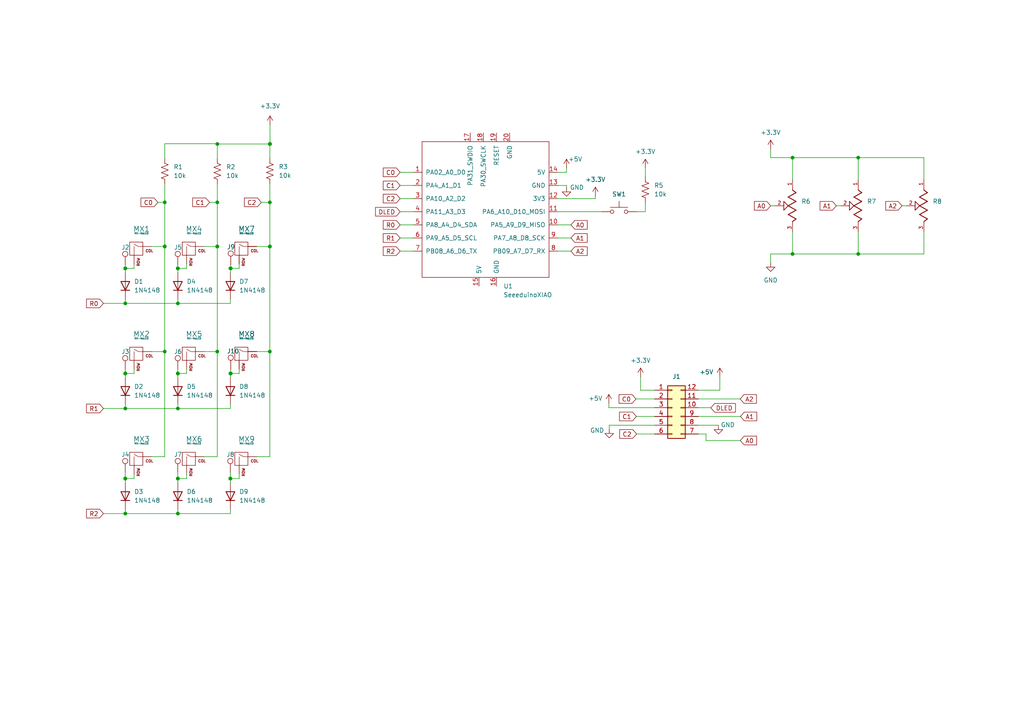
<source format=kicad_sch>
(kicad_sch (version 20211123) (generator eeschema)
  (paper "A4")
  (lib_symbols
    (symbol "Connector:TestPoint" (pin_numbers hide) (pin_names (offset 0.762) hide)
      (property "Reference" "TP" (at 0 6.858 0))
      (property "Value" "TestPoint" (at 0 5.08 0))
      (symbol "TestPoint_0_1"
        (circle (center 0 3.302) (radius 0.762))
      )
      (symbol "TestPoint_1_1"
        (pin passive line (at 0 0 90) (length 2.54) (name "1") (number "1"))
      )
    )
    (symbol "Connector_Generic:Conn_02x06_Counter_Clockwise" (pin_names (offset 1.016) hide)
      (property "Reference" "J" (at 1.27 7.62 0))
      (property "Value" "Conn_02x06_Counter_Clockwise" (at 1.27 -10.16 0))
      (symbol "Conn_02x06_Counter_Clockwise_1_1"
        (rectangle (start -1.27 -7.493) (end 0 -7.747) (stroke (width 0.1524)))
        (rectangle (start -1.27 -4.953) (end 0 -5.207) (stroke (width 0.1524)))
        (rectangle (start -1.27 -2.413) (end 0 -2.667) (stroke (width 0.1524)))
        (rectangle (start -1.27 0.127) (end 0 -0.127) (stroke (width 0.1524)))
        (rectangle (start -1.27 2.667) (end 0 2.413) (stroke (width 0.1524)))
        (rectangle (start -1.27 5.207) (end 0 4.953) (stroke (width 0.1524)))
        (rectangle (start -1.27 6.35) (end 3.81 -8.89) (stroke (width 0.254)) (fill (type background)))
        (rectangle (start 3.81 -7.493) (end 2.54 -7.747) (stroke (width 0.1524)))
        (rectangle (start 3.81 -4.953) (end 2.54 -5.207) (stroke (width 0.1524)))
        (rectangle (start 3.81 -2.413) (end 2.54 -2.667) (stroke (width 0.1524)))
        (rectangle (start 3.81 0.127) (end 2.54 -0.127) (stroke (width 0.1524)))
        (rectangle (start 3.81 2.667) (end 2.54 2.413) (stroke (width 0.1524)))
        (rectangle (start 3.81 5.207) (end 2.54 4.953) (stroke (width 0.1524)))
        (pin passive line (at -5.08 5.08 0) (length 3.81) (name "Pin_1") (number "1"))
        (pin passive line (at 7.62 0 180) (length 3.81) (name "Pin_10") (number "10"))
        (pin passive line (at 7.62 2.54 180) (length 3.81) (name "Pin_11") (number "11"))
        (pin passive line (at 7.62 5.08 180) (length 3.81) (name "Pin_12") (number "12"))
        (pin passive line (at -5.08 2.54 0) (length 3.81) (name "Pin_2") (number "2"))
        (pin passive line (at -5.08 0 0) (length 3.81) (name "Pin_3") (number "3"))
        (pin passive line (at -5.08 -2.54 0) (length 3.81) (name "Pin_4") (number "4"))
        (pin passive line (at -5.08 -5.08 0) (length 3.81) (name "Pin_5") (number "5"))
        (pin passive line (at -5.08 -7.62 0) (length 3.81) (name "Pin_6") (number "6"))
        (pin passive line (at 7.62 -7.62 180) (length 3.81) (name "Pin_7") (number "7"))
        (pin passive line (at 7.62 -5.08 180) (length 3.81) (name "Pin_8") (number "8"))
        (pin passive line (at 7.62 -2.54 180) (length 3.81) (name "Pin_9") (number "9"))
      )
    )
    (symbol "Device:R_US" (pin_numbers hide) (pin_names (offset 0))
      (property "Reference" "R" (at 2.54 0 90))
      (property "Value" "R_US" (at -2.54 0 90))
      (symbol "R_US_0_1"
        (polyline (pts (xy 0 -2.286) (xy 0 -2.54)))
        (polyline (pts (xy 0 2.286) (xy 0 2.54)))
        (polyline (pts (xy 0 -0.762) (xy 1.016 -1.143) (xy 0 -1.524) (xy -1.016 -1.905) (xy 0 -2.286)))
        (polyline (pts (xy 0 0.762) (xy 1.016 0.381) (xy 0 0) (xy -1.016 -0.381) (xy 0 -0.762)))
        (polyline (pts (xy 0 2.286) (xy 1.016 1.905) (xy 0 1.524) (xy -1.016 1.143) (xy 0 0.762)))
      )
      (symbol "R_US_1_1"
        (pin passive line (at 0 3.81 270) (length 1.27) (name "~") (number "1"))
        (pin passive line (at 0 -3.81 90) (length 1.27) (name "~") (number "2"))
      )
    )
    (symbol "Diode:1N4148" (pin_numbers hide) (pin_names hide)
      (property "Reference" "D" (at 0 2.54 0))
      (property "Value" "1N4148" (at 0 -2.54 0))
      (symbol "1N4148_0_1"
        (polyline (pts (xy -1.27 1.27) (xy -1.27 -1.27)) (stroke (width 0.254)))
        (polyline (pts (xy 1.27 0) (xy -1.27 0)))
        (polyline (pts (xy 1.27 1.27) (xy 1.27 -1.27) (xy -1.27 0) (xy 1.27 1.27)) (stroke (width 0.254)))
      )
      (symbol "1N4148_1_1"
        (pin passive line (at -3.81 0 0) (length 2.54) (name "K") (number "1"))
        (pin passive line (at 3.81 0 180) (length 2.54) (name "A") (number "2"))
      )
    )
    (symbol "MX_Alps_Hybrid:MX-NoLED" (pin_names (offset 1.016))
      (property "Reference" "MX" (at -0.635 3.81 0))
      (property "Value" "MX-NoLED" (at -0.635 1.27 0))
      (symbol "MX-NoLED_0_0"
        (rectangle (start -2.54 2.54) (end 1.27 -1.27))
        (polyline (pts (xy -1.27 -1.27) (xy -1.27 1.27)) (stroke (width 0.127)))
        (polyline (pts (xy 1.27 1.27) (xy 0 1.27) (xy -1.27 1.905)) (stroke (width 0.127)))
        (text "COL" (at 3.175 0 0) (effects (font (size 0.762 0.762))))
        (text "ROW" (at 0 -1.905 900) (effects (font (size 0.762 0.762)) (justify right)))
      )
      (symbol "MX-NoLED_1_1"
        (pin passive line (at 3.81 1.27 180) (length 2.54) (name "COL") (number "1"))
        (pin passive line (at -1.27 -3.81 90) (length 2.54) (name "ROW") (number "2"))
      )
    )
    (symbol "PTA4543-2015DPB103:PTA4543-2015DPB103" (pin_names (offset 1.016))
      (property "Reference" "R" (at -5.08 5.08 0))
      (property "Value" "PTA4543-2015DPB103" (at -5.08 2.54 0))
      (symbol "PTA4543-2015DPB103_0_0"
        (polyline (pts (xy -5.08 0) (xy -4.572 0)) (stroke (width 0.1524)))
        (polyline (pts (xy -4.572 0) (xy -3.81 1.016)) (stroke (width 0.254)))
        (polyline (pts (xy -3.81 1.016) (xy -2.54 -1.27)) (stroke (width 0.254)))
        (polyline (pts (xy -2.54 -1.27) (xy -1.27 1.016)) (stroke (width 0.254)))
        (polyline (pts (xy -1.27 -2.54) (xy 0 -1.27)) (stroke (width 0.2032)))
        (polyline (pts (xy -1.27 1.016) (xy 0 -1.27)) (stroke (width 0.254)))
        (polyline (pts (xy 0 -1.27) (xy 1.27 -2.54)) (stroke (width 0.2032)))
        (polyline (pts (xy 0 -1.27) (xy 1.27 1.016)) (stroke (width 0.254)))
        (polyline (pts (xy 1.27 -2.54) (xy -1.27 -2.54)) (stroke (width 0.2032)))
        (polyline (pts (xy 1.27 1.016) (xy 2.54 -1.27)) (stroke (width 0.254)))
        (polyline (pts (xy 2.54 -1.27) (xy 3.81 1.016)) (stroke (width 0.254)))
        (polyline (pts (xy 3.81 1.016) (xy 4.572 0)) (stroke (width 0.254)))
        (polyline (pts (xy 4.572 0) (xy 5.08 0)) (stroke (width 0.1524)))
        (pin passive line (at -7.62 0 0) (length 2.54) (name "~") (number "1"))
        (pin passive line (at 0 -5.08 90) (length 2.54) (name "~") (number "2"))
        (pin passive line (at 7.62 0 180) (length 2.54) (name "~") (number "3"))
      )
    )
    (symbol "Seeeduino XIAO:SeeeduinoXIAO" (pin_names (offset 1.016))
      (property "Reference" "U" (at -19.05 22.86 0))
      (property "Value" "SeeeduinoXIAO" (at -12.7 21.59 0))
      (symbol "SeeeduinoXIAO_0_1"
        (rectangle (start -19.05 20.32) (end 17.78 -19.05))
      )
      (symbol "SeeeduinoXIAO_1_1"
        (pin unspecified line (at -21.59 11.43 0) (length 2.54) (name "PA02_A0_D0") (number "1"))
        (pin unspecified line (at 20.32 -3.81 180) (length 2.54) (name "PA5_A9_D9_MISO") (number "10"))
        (pin unspecified line (at 20.32 0 180) (length 2.54) (name "PA6_A10_D10_MOSI") (number "11"))
        (pin unspecified line (at 20.32 3.81 180) (length 2.54) (name "3V3") (number "12"))
        (pin unspecified line (at 20.32 7.62 180) (length 2.54) (name "GND") (number "13"))
        (pin unspecified line (at 20.32 11.43 180) (length 2.54) (name "5V") (number "14"))
        (pin input line (at -2.54 -21.59 90) (length 2.54) (name "5V") (number "15"))
        (pin input line (at 2.54 -21.59 90) (length 2.54) (name "GND") (number "16"))
        (pin input line (at -5.08 22.86 270) (length 2.54) (name "PA31_SWDIO") (number "17"))
        (pin input line (at -1.27 22.86 270) (length 2.54) (name "PA30_SWCLK") (number "18"))
        (pin input line (at 2.54 22.86 270) (length 2.54) (name "RESET") (number "19"))
        (pin unspecified line (at -21.59 7.62 0) (length 2.54) (name "PA4_A1_D1") (number "2"))
        (pin input line (at 6.35 22.86 270) (length 2.54) (name "GND") (number "20"))
        (pin unspecified line (at -21.59 3.81 0) (length 2.54) (name "PA10_A2_D2") (number "3"))
        (pin unspecified line (at -21.59 0 0) (length 2.54) (name "PA11_A3_D3") (number "4"))
        (pin unspecified line (at -21.59 -3.81 0) (length 2.54) (name "PA8_A4_D4_SDA") (number "5"))
        (pin unspecified line (at -21.59 -7.62 0) (length 2.54) (name "PA9_A5_D5_SCL") (number "6"))
        (pin unspecified line (at -21.59 -11.43 0) (length 2.54) (name "PB08_A6_D6_TX") (number "7"))
        (pin unspecified line (at 20.32 -11.43 180) (length 2.54) (name "PB09_A7_D7_RX") (number "8"))
        (pin unspecified line (at 20.32 -7.62 180) (length 2.54) (name "PA7_A8_D8_SCK") (number "9"))
      )
    )
    (symbol "Switch:SW_MEC_5G" (pin_numbers hide) (pin_names (offset 1.016) hide)
      (property "Reference" "SW" (at 1.27 2.54 0))
      (property "Value" "SW_MEC_5G" (at 0 -1.524 0))
      (symbol "SW_MEC_5G_0_1"
        (circle (center -2.032 0) (radius 0.508))
        (polyline (pts (xy 0 1.27) (xy 0 3.048)))
        (polyline (pts (xy 2.54 1.27) (xy -2.54 1.27)))
        (circle (center 2.032 0) (radius 0.508))
        (pin passive line (at -5.08 0 0) (length 2.54) (name "A") (number "1"))
        (pin passive line (at 5.08 0 180) (length 2.54) (name "B") (number "3"))
      )
      (symbol "SW_MEC_5G_1_1"
        (pin passive line (at -5.08 0 0) (length 2.54) hide (name "A") (number "2"))
        (pin passive line (at 5.08 0 180) (length 2.54) hide (name "B") (number "4"))
      )
    )
    (symbol "power:+3.3V" (power) (pin_names (offset 0))
      (property "Value" "+3.3V" (at 0 3.556 0))
      (symbol "+3.3V_0_1"
        (polyline (pts (xy -0.762 1.27) (xy 0 2.54)))
        (polyline (pts (xy 0 0) (xy 0 2.54)))
        (polyline (pts (xy 0 2.54) (xy 0.762 1.27)))
      )
      (symbol "+3.3V_1_1"
        (pin power_in line (at 0 0 90) (length 0) hide (name "+3.3V") (number "1"))
      )
    )
    (symbol "power:+5V" (power) (pin_names (offset 0))
      (property "Value" "+5V" (at 0 3.556 0))
      (symbol "+5V_0_1"
        (polyline (pts (xy -0.762 1.27) (xy 0 2.54)))
        (polyline (pts (xy 0 0) (xy 0 2.54)))
        (polyline (pts (xy 0 2.54) (xy 0.762 1.27)))
      )
      (symbol "+5V_1_1"
        (pin power_in line (at 0 0 90) (length 0) hide (name "+5V") (number "1"))
      )
    )
    (symbol "power:GND" (power) (pin_names (offset 0))
      (property "Value" "GND" (at 0 -3.81 0))
      (symbol "GND_0_1"
        (polyline (pts (xy 0 0) (xy 0 -1.27) (xy 1.27 -1.27) (xy 0 -2.54) (xy -1.27 -1.27) (xy 0 -1.27)))
      )
      (symbol "GND_1_1"
        (pin power_in line (at 0 0 270) (length 0) hide (name "GND") (number "1"))
      )
    )
  )
  (junction (at 51.562 138.8))
  (junction (at 51.59 108.32))
  (junction (at 229.87 45.72))
  (junction (at 78.26 101.97))
  (junction (at 51.59 118.48))
  (junction (at 51.59 138.8))
  (junction (at 229.87 73.66))
  (junction (at 47.78 71.49))
  (junction (at 248.92 45.72))
  (junction (at 78.27 41.762))
  (junction (at 47.79 71.49))
  (junction (at 78.27 71.49))
  (junction (at 36.35 118.48))
  (junction (at 63.02 71.49))
  (junction (at 66.929 108.32))
  (junction (at 47.78 101.97))
  (junction (at 51.59 148.96))
  (junction (at 51.59 77.84))
  (junction (at 78.3164 41.762))
  (junction (at 63.02 101.97))
  (junction (at 63.03 71.49))
  (junction (at 66.802 138.8))
  (junction (at 63.03 58.69))
  (junction (at 66.83 138.8))
  (junction (at 36.35 88))
  (junction (at 51.59 88))
  (junction (at 36.35 138.8))
  (junction (at 36.322 138.8))
  (junction (at 248.92 73.66))
  (junction (at 66.929 77.84))
  (junction (at 36.322 108.32))
  (junction (at 36.35 148.96))
  (junction (at 66.83 77.84))
  (junction (at 47.79 58.69))
  (junction (at 78.27 58.69))
  (junction (at 66.83 108.32))
  (junction (at 63.03 41.762))
  (junction (at 51.562 108.32))
  (junction (at 36.35 108.32))
  (junction (at 51.562 77.84))
  (junction (at 36.35 77.84))
  (junction (at 78.26 71.49))
  (junction (at 36.322 77.84))
  (wire (pts (xy 202.557 120.7925) (xy 214.765 120.7925)))
  (wire (pts (xy 66.929 76.835) (xy 66.929 77.84)))
  (wire (pts (xy 47.78 132.45) (xy 43.97 132.45)))
  (wire (pts (xy 54.13 108.32) (xy 54.13 107.05)))
  (wire (pts (xy 206.1694 118.2525) (xy 206.1694 118.2887)))
  (wire (pts (xy 30 118.48) (xy 36.35 118.48)))
  (wire (pts (xy 38.89 138.8) (xy 38.89 137.53)))
  (wire (pts (xy 38.89 108.32) (xy 38.89 107.05)))
  (wire (pts (xy 51.562 107.188) (xy 51.562 108.32)))
  (wire (pts (xy 242.57 59.69) (xy 243.84 59.69)))
  (wire (pts (xy 69.37 77.84) (xy 69.37 76.57)))
  (wire (pts (xy 74.45 71.49) (xy 78.26 71.49)))
  (wire (pts (xy 204.7759 125.8725) (xy 204.7759 127.7693)))
  (wire (pts (xy 248.92 67.31) (xy 248.92 73.66)))
  (wire (pts (xy 223.52 45.72) (xy 229.87 45.72)))
  (wire (pts (xy 51.59 148.96) (xy 51.59 147.69)))
  (wire (pts (xy 116.06 65.22) (xy 119.87 65.22)))
  (wire (pts (xy 36.35 108.32) (xy 38.89 108.32)))
  (wire (pts (xy 161.78 53.79) (xy 164.32 53.79)))
  (wire (pts (xy 164.32 49.98) (xy 164.32 48.71)))
  (wire (pts (xy 223.52 76.2) (xy 223.52 73.66)))
  (wire (pts (xy 47.79 45.88) (xy 47.79 41.69)))
  (wire (pts (xy 51.562 108.32) (xy 51.59 108.32)))
  (wire (pts (xy 51.59 118.48) (xy 51.59 117.21)))
  (wire (pts (xy 78.27 53.4536) (xy 78.27 58.69)))
  (wire (pts (xy 116.06 69.03) (xy 119.87 69.03)))
  (wire (pts (xy 47.79 58.69) (xy 47.79 71.49)))
  (wire (pts (xy 78.26 101.97) (xy 74.45 101.97)))
  (wire (pts (xy 51.59 79.11) (xy 51.59 77.84)))
  (wire (pts (xy 172.6875 57.6) (xy 172.6875 56.8143)))
  (wire (pts (xy 51.59 138.8) (xy 54.13 138.8)))
  (wire (pts (xy 66.83 118.48) (xy 51.59 118.48)))
  (wire (pts (xy 66.929 108.32) (xy 69.37 108.32)))
  (wire (pts (xy 38.89 76.57) (xy 38.89 77.84)))
  (wire (pts (xy 51.562 77.84) (xy 51.59 77.84)))
  (wire (pts (xy 66.83 77.84) (xy 66.929 77.84)))
  (wire (pts (xy 176.6996 123.3325) (xy 176.6996 124.4585)))
  (wire (pts (xy 161.78 49.98) (xy 164.32 49.98)))
  (wire (pts (xy 51.59 109.59) (xy 51.59 108.32)))
  (wire (pts (xy 223.52 73.66) (xy 229.87 73.66)))
  (wire (pts (xy 74.45 132.45) (xy 78.26 132.45)))
  (wire (pts (xy 66.83 88) (xy 51.59 88)))
  (wire (pts (xy 63.02 132.45) (xy 63.02 101.97)))
  (wire (pts (xy 36.35 138.8) (xy 38.89 138.8)))
  (wire (pts (xy 51.562 137.033) (xy 51.562 138.8)))
  (wire (pts (xy 69.37 138.8) (xy 69.37 137.53)))
  (wire (pts (xy 267.97 45.72) (xy 267.97 52.07)))
  (wire (pts (xy 36.322 138.8) (xy 36.35 138.8)))
  (wire (pts (xy 116.06 61.41) (xy 119.87 61.41)))
  (wire (pts (xy 176.5931 116.9485) (xy 176.5931 118.2525)))
  (wire (pts (xy 51.59 118.48) (xy 36.35 118.48)))
  (wire (pts (xy 189.857 123.3325) (xy 176.6996 123.3325)))
  (wire (pts (xy 229.87 45.72) (xy 248.92 45.72)))
  (wire (pts (xy 78.26 132.45) (xy 78.26 101.97)))
  (wire (pts (xy 116.06 49.98) (xy 119.87 49.98)))
  (wire (pts (xy 66.83 148.96) (xy 51.59 148.96)))
  (wire (pts (xy 54.13 77.84) (xy 54.13 76.57)))
  (wire (pts (xy 54.13 138.8) (xy 54.13 137.53)))
  (wire (pts (xy 248.92 45.72) (xy 248.92 52.07)))
  (wire (pts (xy 36.322 137.033) (xy 36.322 138.8)))
  (wire (pts (xy 51.59 148.96) (xy 36.35 148.96)))
  (wire (pts (xy 66.929 77.84) (xy 69.37 77.84)))
  (wire (pts (xy 116.06 53.79) (xy 119.87 53.79)))
  (wire (pts (xy 78.3164 36.1756) (xy 78.3164 41.762)))
  (wire (pts (xy 51.562 76.962) (xy 51.562 77.84)))
  (wire (pts (xy 187.18 48.71) (xy 187.18 51.25)))
  (wire (pts (xy 59.21 71.49) (xy 63.02 71.49)))
  (wire (pts (xy 229.87 52.07) (xy 229.87 45.72)))
  (wire (pts (xy 60.79 58.69) (xy 63.03 58.69)))
  (wire (pts (xy 36.322 77.84) (xy 36.35 77.84)))
  (wire (pts (xy 161.78 65.22) (xy 165.59 65.22)))
  (wire (pts (xy 66.802 137.033) (xy 66.802 138.8)))
  (wire (pts (xy 63.03 53.5) (xy 63.03 58.69)))
  (wire (pts (xy 63.03 71.49) (xy 63.02 71.49)))
  (wire (pts (xy 66.802 138.8) (xy 66.83 138.8)))
  (wire (pts (xy 204.7759 127.7693) (xy 214.7215 127.7693)))
  (wire (pts (xy 184.4509 115.7125) (xy 189.857 115.7125)))
  (wire (pts (xy 78.27 45.8336) (xy 78.27 41.762)))
  (wire (pts (xy 36.35 88) (xy 51.59 88)))
  (wire (pts (xy 223.52 59.69) (xy 224.79 59.69)))
  (wire (pts (xy 176.5931 118.2525) (xy 189.857 118.2525)))
  (wire (pts (xy 229.87 67.31) (xy 229.87 73.66)))
  (wire (pts (xy 45.79 58.69) (xy 47.79 58.69)))
  (wire (pts (xy 47.78 71.49) (xy 47.78 101.97)))
  (wire (pts (xy 161.78 61.41) (xy 174.48 61.41)))
  (wire (pts (xy 38.89 77.84) (xy 36.35 77.84)))
  (wire (pts (xy 30 148.96) (xy 36.35 148.96)))
  (wire (pts (xy 78.3164 41.762) (xy 78.27 41.762)))
  (wire (pts (xy 66.83 108.32) (xy 66.929 108.32)))
  (wire (pts (xy 43.97 71.49) (xy 47.78 71.49)))
  (wire (pts (xy 184.64 61.41) (xy 187.18 61.41)))
  (wire (pts (xy 30 88) (xy 36.35 88)))
  (wire (pts (xy 36.322 107.188) (xy 36.322 108.32)))
  (wire (pts (xy 66.83 79.11) (xy 66.83 77.84)))
  (wire (pts (xy 36.35 140.07) (xy 36.35 138.8)))
  (wire (pts (xy 185.7914 113.1725) (xy 189.857 113.1725)))
  (wire (pts (xy 202.557 113.1725) (xy 208.7792 113.1725)))
  (wire (pts (xy 69.37 108.32) (xy 69.37 107.05)))
  (wire (pts (xy 248.92 73.66) (xy 267.97 73.66)))
  (wire (pts (xy 63.03 41.69) (xy 63.03 41.762)))
  (wire (pts (xy 78.27 71.49) (xy 78.26 71.49)))
  (wire (pts (xy 187.18 61.41) (xy 187.18 58.87)))
  (wire (pts (xy 78.27 41.762) (xy 63.03 41.762)))
  (wire (pts (xy 63.03 41.762) (xy 63.03 45.88)))
  (wire (pts (xy 63.02 101.97) (xy 59.21 101.97)))
  (wire (pts (xy 36.35 118.48) (xy 36.35 117.21)))
  (wire (pts (xy 161.78 57.6) (xy 172.6875 57.6)))
  (wire (pts (xy 63.03 58.69) (xy 63.03 71.49)))
  (wire (pts (xy 78.27 58.69) (xy 78.27 71.49)))
  (wire (pts (xy 248.92 45.72) (xy 267.97 45.72)))
  (wire (pts (xy 184.6466 125.8725) (xy 189.857 125.8725)))
  (wire (pts (xy 47.79 41.69) (xy 63.03 41.69)))
  (wire (pts (xy 78.26 71.49) (xy 78.26 101.97)))
  (wire (pts (xy 51.59 140.07) (xy 51.59 138.8)))
  (wire (pts (xy 36.35 148.96) (xy 36.35 147.69)))
  (wire (pts (xy 66.83 147.69) (xy 66.83 148.96)))
  (wire (pts (xy 202.557 118.2525) (xy 206.1694 118.2525)))
  (wire (pts (xy 202.557 123.3325) (xy 208.374 123.3325)))
  (wire (pts (xy 59.21 132.45) (xy 63.02 132.45)))
  (wire (pts (xy 164.32 53.79) (xy 164.32 54.3932)))
  (wire (pts (xy 63.02 71.49) (xy 63.02 101.97)))
  (wire (pts (xy 66.929 107.061) (xy 66.929 108.32)))
  (wire (pts (xy 36.35 109.59) (xy 36.35 108.32)))
  (wire (pts (xy 66.83 86.73) (xy 66.83 88)))
  (wire (pts (xy 36.322 108.32) (xy 36.35 108.32)))
  (wire (pts (xy 208.7792 113.1725) (xy 208.7792 109.2952)))
  (wire (pts (xy 66.83 117.21) (xy 66.83 118.48)))
  (wire (pts (xy 66.83 138.8) (xy 69.37 138.8)))
  (wire (pts (xy 161.78 72.84) (xy 165.59 72.84)))
  (wire (pts (xy 47.79 71.49) (xy 47.78 71.49)))
  (wire (pts (xy 51.59 77.84) (xy 54.13 77.84)))
  (wire (pts (xy 185.7914 109.2952) (xy 185.7914 113.1725)))
  (wire (pts (xy 47.78 101.97) (xy 47.78 132.45)))
  (wire (pts (xy 51.59 108.32) (xy 54.13 108.32)))
  (wire (pts (xy 229.87 73.66) (xy 248.92 73.66)))
  (wire (pts (xy 202.557 115.7125) (xy 214.678 115.7125)))
  (wire (pts (xy 223.52 43.18) (xy 223.52 45.72)))
  (wire (pts (xy 161.78 69.03) (xy 165.59 69.03)))
  (wire (pts (xy 36.35 77.84) (xy 36.35 79.11)))
  (wire (pts (xy 36.322 76.962) (xy 36.322 77.84)))
  (wire (pts (xy 66.83 109.59) (xy 66.83 108.32)))
  (wire (pts (xy 43.97 101.97) (xy 47.78 101.97)))
  (wire (pts (xy 36.35 86.73) (xy 36.35 88)))
  (wire (pts (xy 116.06 72.84) (xy 119.87 72.84)))
  (wire (pts (xy 261.62 59.69) (xy 262.89 59.69)))
  (wire (pts (xy 66.83 140.07) (xy 66.83 138.8)))
  (wire (pts (xy 75.79 58.69) (xy 78.27 58.69)))
  (wire (pts (xy 51.59 88) (xy 51.59 86.73)))
  (wire (pts (xy 51.562 138.8) (xy 51.59 138.8)))
  (wire (pts (xy 267.97 67.31) (xy 267.97 73.66)))
  (wire (pts (xy 184.5814 120.7925) (xy 189.857 120.7925)))
  (wire (pts (xy 47.79 53.5) (xy 47.79 58.69)))
  (wire (pts (xy 116.06 57.6) (xy 119.87 57.6)))
  (wire (pts (xy 202.557 125.8725) (xy 204.7759 125.8725)))
  (global_label "A0" (shape input) (at 165.59 65.22 0) (property "Intersheet References" "${INTERSHEET_REFS}" (effects hide)))
  (global_label "C1" (shape input) (at 60.79 58.69 180) (property "Intersheet References" "${INTERSHEET_REFS}" (effects hide)))
  (global_label "C2" (shape input) (at 116.06 57.6 180) (property "Intersheet References" "${INTERSHEET_REFS}" (effects hide)))
  (global_label "A2" (shape input) (at 165.59 72.84 0) (property "Intersheet References" "${INTERSHEET_REFS}" (effects hide)))
  (global_label "C2" (shape input) (at 75.79 58.69 180) (property "Intersheet References" "${INTERSHEET_REFS}" (effects hide)))
  (global_label "R2" (shape input) (at 30 148.96 180) (property "Intersheet References" "${INTERSHEET_REFS}" (effects hide)))
  (global_label "A2" (shape input) (at 214.678 115.7125 0) (property "Intersheet References" "${INTERSHEET_REFS}" (effects hide)))
  (global_label "R1" (shape input) (at 116.06 69.03 180) (property "Intersheet References" "${INTERSHEET_REFS}" (effects hide)))
  (global_label "R1" (shape input) (at 30 118.48 180) (property "Intersheet References" "${INTERSHEET_REFS}" (effects hide)))
  (global_label "C0" (shape input) (at 116.06 49.98 180) (property "Intersheet References" "${INTERSHEET_REFS}" (effects hide)))
  (global_label "C0" (shape input) (at 45.79 58.69 180) (property "Intersheet References" "${INTERSHEET_REFS}" (effects hide)))
  (global_label "R0" (shape input) (at 116.06 65.22 180) (property "Intersheet References" "${INTERSHEET_REFS}" (effects hide)))
  (global_label "DLED" (shape input) (at 116.06 61.41 180) (property "Intersheet References" "${INTERSHEET_REFS}" (effects hide)))
  (global_label "R2" (shape input) (at 116.06 72.84 180) (property "Intersheet References" "${INTERSHEET_REFS}" (effects hide)))
  (global_label "A1" (shape input) (at 242.57 59.69 180) (property "Intersheet References" "${INTERSHEET_REFS}" (effects hide)))
  (global_label "A0" (shape input) (at 214.7215 127.7693 0) (property "Intersheet References" "${INTERSHEET_REFS}" (effects hide)))
  (global_label "C1" (shape input) (at 116.06 53.79 180) (property "Intersheet References" "${INTERSHEET_REFS}" (effects hide)))
  (global_label "R0" (shape input) (at 30 88 180) (property "Intersheet References" "${INTERSHEET_REFS}" (effects hide)))
  (global_label "C0" (shape input) (at 184.4509 115.7125 180) (property "Intersheet References" "${INTERSHEET_REFS}" (effects hide)))
  (global_label "DLED" (shape input) (at 206.1694 118.2887 0) (property "Intersheet References" "${INTERSHEET_REFS}" (effects hide)))
  (global_label "A1" (shape input) (at 165.59 69.03 0) (property "Intersheet References" "${INTERSHEET_REFS}" (effects hide)))
  (global_label "C1" (shape input) (at 184.5814 120.7925 180) (property "Intersheet References" "${INTERSHEET_REFS}" (effects hide)))
  (global_label "A2" (shape input) (at 261.62 59.69 180) (property "Intersheet References" "${INTERSHEET_REFS}" (effects hide)))
  (global_label "A1" (shape input) (at 214.765 120.7925 0) (property "Intersheet References" "${INTERSHEET_REFS}" (effects hide)))
  (global_label "C2" (shape input) (at 184.6466 125.8725 180) (property "Intersheet References" "${INTERSHEET_REFS}" (effects hide)))
  (global_label "A0" (shape input) (at 223.52 59.69 180) (property "Intersheet References" "${INTERSHEET_REFS}" (effects hide)))
  (symbol (lib_id "Diode:1N4148") (at 51.59 143.88 90) (unit 1)
    (property "Reference" "D6" (at 54.13 142.6099 90) (effects (justify right)))
    (property "Value" "1N4148" (at 54.13 145.1499 90) (effects (justify right)))
    (property "Footprint" "Diode_THT:D_DO-35_SOD27_P7.62mm_Horizontal" (effects hide))
    (property "Datasheet" "https://assets.nexperia.com/documents/data-sheet/1N4148_1N4448.pdf" (effects hide))
  )
  (symbol (lib_id "Connector:TestPoint") (at 66.929 107.061 0) (unit 1)
    (property "Reference" "J10" (at 65.786 101.854 0) (effects (justify left)))
    (property "Value" "TestPoint" (effects hide))
    (property "Footprint" "TestPoint:TestPoint_Pad_2.0x2.0mm" (effects hide))
  )
  (symbol (lib_id "Connector:TestPoint") (at 36.322 137.033 0) (unit 1)
    (property "Reference" "J4" (at 35.179 131.826 0) (effects (justify left)))
    (property "Value" "TestPoint" (effects hide))
    (property "Footprint" "TestPoint:TestPoint_Pad_2.0x2.0mm" (effects hide))
  )
  (symbol (lib_id "Seeeduino XIAO:SeeeduinoXIAO") (at 141.46 61.41 0) (unit 1)
    (property "Reference" "U1" (at 146.0194 83 0) (effects (justify left)))
    (property "Value" "SeeeduinoXIAO" (at 146.0194 85.54 0) (effects (justify left)))
    (property "Footprint" "Seeeduino XIAO KICAD:Seeeduino XIAO-MOUDLE14P-2.54-21X17.8MM" (effects hide))
  )
  (symbol (lib_id "Diode:1N4148") (at 36.35 143.88 90) (unit 1)
    (property "Reference" "D3" (at 38.89 142.6099 90) (effects (justify right)))
    (property "Value" "1N4148" (at 38.89 145.1499 90) (effects (justify right)))
    (property "Footprint" "Diode_THT:D_DO-35_SOD27_P7.62mm_Horizontal" (effects hide))
    (property "Datasheet" "https://assets.nexperia.com/documents/data-sheet/1N4148_1N4448.pdf" (effects hide))
  )
  (symbol (lib_id "power:GND") (at 164.32 54.3932 0) (unit 1)
    (property "Reference" "#PWR0106" (effects hide))
    (property "Value" "GND" (at 167.3258 54.3643 0))
  )
  (symbol (lib_id "MX_Alps_Hybrid:MX-NoLED") (at 55.4 103.24 0) (unit 1)
    (property "Reference" "MX5" (at 56.2856 96.89 0) (effects (font (size 1.524 1.524))))
    (property "Value" "MX-NoLED" (at 56.2856 98.16 0) (effects (font (size 0.508 0.508))))
    (property "Footprint" "Slide Potentiometer:Cherry Cutout" (effects hide))
  )
  (symbol (lib_id "MX_Alps_Hybrid:MX-NoLED") (at 40.16 103.24 0) (unit 1)
    (property "Reference" "MX2" (at 41.0456 96.89 0) (effects (font (size 1.524 1.524))))
    (property "Value" "MX-NoLED" (at 41.0456 98.16 0) (effects (font (size 0.508 0.508))))
    (property "Footprint" "Slide Potentiometer:Cherry Cutout" (effects hide))
  )
  (symbol (lib_id "Diode:1N4148") (at 51.59 82.92 90) (unit 1)
    (property "Reference" "D4" (at 54.13 81.6499 90) (effects (justify right)))
    (property "Value" "1N4148" (at 54.13 84.1899 90) (effects (justify right)))
    (property "Footprint" "Diode_THT:D_DO-35_SOD27_P7.62mm_Horizontal" (effects hide))
    (property "Datasheet" "https://assets.nexperia.com/documents/data-sheet/1N4148_1N4448.pdf" (effects hide))
  )
  (symbol (lib_id "Switch:SW_MEC_5G") (at 179.56 61.41 0) (unit 1)
    (property "Reference" "SW1" (at 179.56 56.33 0))
    (property "Value" "SW_MEC_5G" (effects hide))
    (property "Footprint" "random-keyboard-parts:PushButton_6x6mm_TH_Pretty" (effects hide))
    (property "Datasheet" "http://www.apem.com/int/index.php?controller=attachment&id_attachment=488" (effects hide))
  )
  (symbol (lib_id "MX_Alps_Hybrid:MX-NoLED") (at 55.4 72.76 0) (unit 1)
    (property "Reference" "MX4" (at 56.2856 66.41 0) (effects (font (size 1.524 1.524))))
    (property "Value" "MX-NoLED" (at 56.2856 67.68 0) (effects (font (size 0.508 0.508))))
    (property "Footprint" "Slide Potentiometer:Cherry Cutout" (effects hide))
  )
  (symbol (lib_id "Connector:TestPoint") (at 51.562 76.962 0) (unit 1)
    (property "Reference" "J5" (at 50.419 71.755 0) (effects (justify left)))
    (property "Value" "TestPoint" (effects hide))
    (property "Footprint" "TestPoint:TestPoint_Pad_2.0x2.0mm" (effects hide))
  )
  (symbol (lib_id "Connector:TestPoint") (at 66.802 137.033 0) (unit 1)
    (property "Reference" "J8" (at 65.659 131.826 0) (effects (justify left)))
    (property "Value" "TestPoint" (effects hide))
    (property "Footprint" "TestPoint:TestPoint_Pad_2.0x2.0mm" (effects hide))
  )
  (symbol (lib_id "MX_Alps_Hybrid:MX-NoLED") (at 55.4 133.72 0) (unit 1)
    (property "Reference" "MX6" (at 56.2856 127.37 0) (effects (font (size 1.524 1.524))))
    (property "Value" "MX-NoLED" (at 56.2856 128.64 0) (effects (font (size 0.508 0.508))))
    (property "Footprint" "Slide Potentiometer:Cherry Cutout" (effects hide))
  )
  (symbol (lib_id "Diode:1N4148") (at 51.59 113.4 90) (unit 1)
    (property "Reference" "D5" (at 54.13 112.1299 90) (effects (justify right)))
    (property "Value" "1N4148" (at 54.13 114.6699 90) (effects (justify right)))
    (property "Footprint" "Diode_THT:D_DO-35_SOD27_P7.62mm_Horizontal" (effects hide))
    (property "Datasheet" "https://assets.nexperia.com/documents/data-sheet/1N4148_1N4448.pdf" (effects hide))
  )
  (symbol (lib_id "Device:R_US") (at 187.18 55.06 180) (unit 1)
    (property "Reference" "R5" (at 189.72 53.7899 0) (effects (justify right)))
    (property "Value" "10k" (at 189.72 56.3299 0) (effects (justify right)))
    (property "Footprint" "Resistor_THT:R_Axial_DIN0207_L6.3mm_D2.5mm_P10.16mm_Horizontal" (effects hide))
  )
  (symbol (lib_id "power:+3.3V") (at 223.52 43.18 0) (unit 1)
    (property "Reference" "#PWR0103" (effects hide))
    (property "Value" "+3.3V" (at 223.52 38.4357 0))
  )
  (symbol (lib_id "power:+3.3V") (at 187.18 48.71 0) (unit 1)
    (property "Reference" "#PWR0104" (effects hide))
    (property "Value" "+3.3V" (at 187.18 43.9657 0))
  )
  (symbol (lib_id "PTA4543-2015DPB103:PTA4543-2015DPB103") (at 248.92 59.69 270) (unit 1)
    (property "Reference" "R7" (at 251.46 58.4199 90) (effects (justify left)))
    (property "Value" "PTA4543-2015DPB103" (effects hide))
    (property "Footprint" "Slide Potentiometer:Slide Pot Cutout" (effects hide))
    (property "SNAPEDA_PN" "PTA4543-2015DPB103" (effects hide))
    (property "MANUFACTURER" "Bourns" (effects hide))
    (property "MAXIMUM_PACKAGE_HEIGHT" "21.5 mm" (effects hide))
    (property "STANDARD" "Manufacturer Recommendations" (effects hide))
    (property "PARTREV" "04/21" (effects hide))
  )
  (symbol (lib_id "Connector:TestPoint") (at 36.322 107.188 0) (unit 1)
    (property "Reference" "J3" (at 35.179 101.981 0) (effects (justify left)))
    (property "Value" "TestPoint" (effects hide))
    (property "Footprint" "TestPoint:TestPoint_Pad_2.0x2.0mm" (effects hide))
  )
  (symbol (lib_id "power:+5V") (at 208.7792 109.2952 0) (unit 1)
    (property "Reference" "#PWR0110" (effects hide))
    (property "Value" "+5V" (at 204.9074 107.9031 0))
  )
  (symbol (lib_id "Device:R_US") (at 47.79 49.69 0) (unit 1)
    (property "Reference" "R1" (at 50.33 48.4199 0) (effects (justify left)))
    (property "Value" "10k" (at 50.33 50.9599 0) (effects (justify left)))
    (property "Footprint" "Resistor_THT:R_Axial_DIN0207_L6.3mm_D2.5mm_P10.16mm_Horizontal" (effects hide))
  )
  (symbol (lib_id "power:GND") (at 208.374 123.3325 0) (unit 1)
    (property "Reference" "#PWR0109" (effects hide))
    (property "Value" "GND" (at 211.0903 123.226 0))
  )
  (symbol (lib_id "MX_Alps_Hybrid:MX-NoLED") (at 40.16 133.72 0) (unit 1)
    (property "Reference" "MX3" (at 41.0456 127.37 0) (effects (font (size 1.524 1.524))))
    (property "Value" "MX-NoLED" (at 41.0456 128.64 0) (effects (font (size 0.508 0.508))))
    (property "Footprint" "Slide Potentiometer:Cherry Cutout" (effects hide))
  )
  (symbol (lib_id "power:+3.3V") (at 78.3164 36.1756 0) (mirror y) (unit 1)
    (property "Reference" "#PWR0102" (effects hide))
    (property "Value" "+3.3V" (at 78.3164 30.7654 0))
  )
  (symbol (lib_id "Diode:1N4148") (at 66.83 143.88 90) (unit 1)
    (property "Reference" "D9" (at 69.37 142.6099 90) (effects (justify right)))
    (property "Value" "1N4148" (at 69.37 145.1499 90) (effects (justify right)))
    (property "Footprint" "Diode_THT:D_DO-35_SOD27_P7.62mm_Horizontal" (effects hide))
    (property "Datasheet" "https://assets.nexperia.com/documents/data-sheet/1N4148_1N4448.pdf" (effects hide))
  )
  (symbol (lib_id "Connector:TestPoint") (at 36.322 76.962 0) (unit 1)
    (property "Reference" "J2" (at 35.179 71.755 0) (effects (justify left)))
    (property "Value" "TestPoint" (effects hide))
    (property "Footprint" "TestPoint:TestPoint_Pad_2.0x2.0mm" (effects hide))
  )
  (symbol (lib_id "Device:R_US") (at 78.27 49.6436 180) (unit 1)
    (property "Reference" "R3" (at 80.82 48.3735 0) (effects (justify right)))
    (property "Value" "10k" (at 80.82 50.9135 0) (effects (justify right)))
    (property "Footprint" "Resistor_THT:R_Axial_DIN0207_L6.3mm_D2.5mm_P10.16mm_Horizontal" (effects hide))
  )
  (symbol (lib_id "Connector:TestPoint") (at 51.562 137.033 0) (unit 1)
    (property "Reference" "J7" (at 50.419 131.826 0) (effects (justify left)))
    (property "Value" "TestPoint" (effects hide))
    (property "Footprint" "TestPoint:TestPoint_Pad_2.0x2.0mm" (effects hide))
  )
  (symbol (lib_id "MX_Alps_Hybrid:MX-NoLED") (at 70.64 103.24 0) (unit 1)
    (property "Reference" "MX8" (at 71.5256 96.89 0) (effects (font (size 1.524 1.524))))
    (property "Value" "MX-NoLED" (at 71.5256 98.16 0) (effects (font (size 0.508 0.508))))
    (property "Footprint" "Slide Potentiometer:Cherry Cutout" (effects hide))
  )
  (symbol (lib_id "power:+3.3V") (at 172.6875 56.8143 0) (unit 1)
    (property "Reference" "#PWR0108" (effects hide))
    (property "Value" "+3.3V" (at 172.6875 52.07 0))
  )
  (symbol (lib_id "PTA4543-2015DPB103:PTA4543-2015DPB103") (at 267.97 59.69 270) (unit 1)
    (property "Reference" "R8" (at 270.51 58.4199 90) (effects (justify left)))
    (property "Value" "PTA4543-2015DPB103" (effects hide))
    (property "Footprint" "Slide Potentiometer:Slide Pot Cutout" (effects hide))
    (property "SNAPEDA_PN" "PTA4543-2015DPB103" (effects hide))
    (property "MANUFACTURER" "Bourns" (effects hide))
    (property "MAXIMUM_PACKAGE_HEIGHT" "21.5 mm" (effects hide))
    (property "STANDARD" "Manufacturer Recommendations" (effects hide))
    (property "PARTREV" "04/21" (effects hide))
  )
  (symbol (lib_id "Connector_Generic:Conn_02x06_Counter_Clockwise") (at 194.937 118.2525 0) (unit 1)
    (property "Reference" "J1" (at 196.207 109.22 0))
    (property "Value" "Conn_02x06_Counter_Clockwise" (effects hide))
    (property "Footprint" "Connector_PinHeader_2.54mm:PinHeader_2x06_P2.54mm_Vertical_SMD" (effects hide))
  )
  (symbol (lib_id "power:GND") (at 223.52 76.2 0) (unit 1)
    (property "Reference" "#PWR0101" (effects hide))
    (property "Value" "GND" (at 223.52 81.28 0))
  )
  (symbol (lib_id "Device:R_US") (at 63.03 49.69 0) (unit 1)
    (property "Reference" "R2" (at 65.57 48.4199 0) (effects (justify left)))
    (property "Value" "10k" (at 65.57 50.9599 0) (effects (justify left)))
    (property "Footprint" "Resistor_THT:R_Axial_DIN0207_L6.3mm_D2.5mm_P10.16mm_Horizontal" (effects hide))
  )
  (symbol (lib_id "Diode:1N4148") (at 66.83 82.92 90) (unit 1)
    (property "Reference" "D7" (at 69.37 81.6499 90) (effects (justify right)))
    (property "Value" "1N4148" (at 69.37 84.1899 90) (effects (justify right)))
    (property "Footprint" "Diode_THT:D_DO-35_SOD27_P7.62mm_Horizontal" (effects hide))
    (property "Datasheet" "https://assets.nexperia.com/documents/data-sheet/1N4148_1N4448.pdf" (effects hide))
  )
  (symbol (lib_id "Connector:TestPoint") (at 51.562 107.188 0) (unit 1)
    (property "Reference" "J6" (at 50.419 101.981 0) (effects (justify left)))
    (property "Value" "TestPoint" (effects hide))
    (property "Footprint" "TestPoint:TestPoint_Pad_2.0x2.0mm" (effects hide))
  )
  (symbol (lib_id "Connector:TestPoint") (at 66.929 76.835 0) (unit 1)
    (property "Reference" "J9" (at 65.786 71.628 0) (effects (justify left)))
    (property "Value" "TestPoint" (effects hide))
    (property "Footprint" "TestPoint:TestPoint_Pad_2.0x2.0mm" (effects hide))
  )
  (symbol (lib_id "power:+3.3V") (at 185.7914 109.2952 0) (unit 1)
    (property "Reference" "#PWR0107" (effects hide))
    (property "Value" "+3.3V" (at 185.7914 104.5509 0))
  )
  (symbol (lib_id "MX_Alps_Hybrid:MX-NoLED") (at 40.16 72.76 0) (unit 1)
    (property "Reference" "MX1" (at 41.0456 66.41 0) (effects (font (size 1.524 1.524))))
    (property "Value" "MX-NoLED" (at 41.0456 67.68 0) (effects (font (size 0.508 0.508))))
    (property "Footprint" "Slide Potentiometer:Cherry Cutout" (effects hide))
  )
  (symbol (lib_id "Diode:1N4148") (at 66.83 113.4 90) (unit 1)
    (property "Reference" "D8" (at 69.37 112.1299 90) (effects (justify right)))
    (property "Value" "1N4148" (at 69.37 114.6699 90) (effects (justify right)))
    (property "Footprint" "Diode_THT:D_DO-35_SOD27_P7.62mm_Horizontal" (effects hide))
    (property "Datasheet" "https://assets.nexperia.com/documents/data-sheet/1N4148_1N4448.pdf" (effects hide))
  )
  (symbol (lib_id "Diode:1N4148") (at 36.35 82.92 90) (unit 1)
    (property "Reference" "D1" (at 38.89 81.6499 90) (effects (justify right)))
    (property "Value" "1N4148" (at 38.89 84.1899 90) (effects (justify right)))
    (property "Footprint" "Diode_THT:D_DO-35_SOD27_P7.62mm_Horizontal" (effects hide))
    (property "Datasheet" "https://assets.nexperia.com/documents/data-sheet/1N4148_1N4448.pdf" (effects hide))
  )
  (symbol (lib_id "power:GND") (at 176.6996 124.4585 0) (unit 1)
    (property "Reference" "#PWR0111" (effects hide))
    (property "Value" "GND" (at 173.1843 124.8313 0))
  )
  (symbol (lib_id "PTA4543-2015DPB103:PTA4543-2015DPB103") (at 229.87 59.69 270) (unit 1)
    (property "Reference" "R6" (at 232.41 58.4199 90) (effects (justify left)))
    (property "Value" "PTA4543-2015DPB103" (effects hide))
    (property "Footprint" "Slide Potentiometer:Slide Pot Cutout" (effects hide))
    (property "SNAPEDA_PN" "PTA4543-2015DPB103" (effects hide))
    (property "MANUFACTURER" "Bourns" (effects hide))
    (property "MAXIMUM_PACKAGE_HEIGHT" "21.5 mm" (effects hide))
    (property "STANDARD" "Manufacturer Recommendations" (effects hide))
    (property "PARTREV" "04/21" (effects hide))
  )
  (symbol (lib_id "power:+5V") (at 164.32 48.71 0) (unit 1)
    (property "Reference" "#PWR0105" (effects hide))
    (property "Value" "+5V" (at 166.86 46.17 0))
  )
  (symbol (lib_id "MX_Alps_Hybrid:MX-NoLED") (at 70.64 133.72 0) (unit 1)
    (property "Reference" "MX9" (at 71.5256 127.37 0) (effects (font (size 1.524 1.524))))
    (property "Value" "MX-NoLED" (at 71.5256 128.64 0) (effects (font (size 0.508 0.508))))
    (property "Footprint" "Slide Potentiometer:Cherry Cutout" (effects hide))
  )
  (symbol (lib_id "Diode:1N4148") (at 36.35 113.4 90) (unit 1)
    (property "Reference" "D2" (at 38.89 112.1299 90) (effects (justify right)))
    (property "Value" "1N4148" (at 38.89 114.6699 90) (effects (justify right)))
    (property "Footprint" "Diode_THT:D_DO-35_SOD27_P7.62mm_Horizontal" (effects hide))
    (property "Datasheet" "https://assets.nexperia.com/documents/data-sheet/1N4148_1N4448.pdf" (effects hide))
  )
  (symbol (lib_id "power:+5V") (at 176.5931 116.9485 0) (unit 1)
    (property "Reference" "#PWR0112" (effects hide))
    (property "Value" "+5V" (at 172.7213 115.5564 0))
  )
  (symbol (lib_id "MX_Alps_Hybrid:MX-NoLED") (at 70.64 72.76 0) (unit 1)
    (property "Reference" "MX7" (at 71.5256 66.41 0) (effects (font (size 1.524 1.524))))
    (property "Value" "MX-NoLED" (at 71.5256 67.68 0) (effects (font (size 0.508 0.508))))
    (property "Footprint" "Slide Potentiometer:Cherry Cutout" (effects hide))
  )
)
</source>
